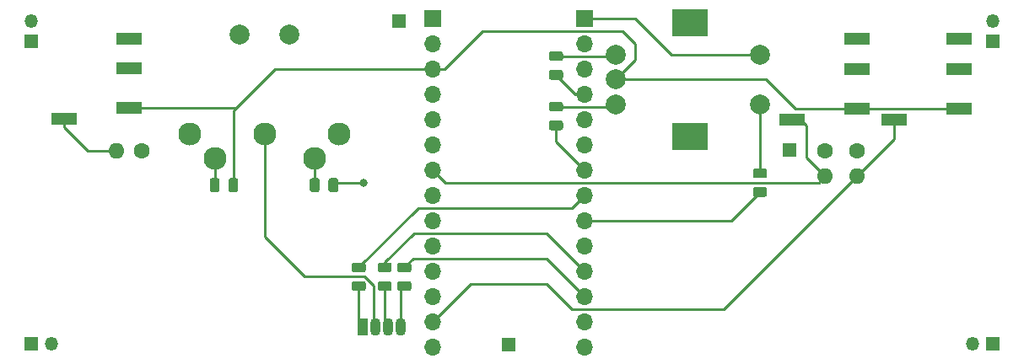
<source format=gbr>
G04 #@! TF.GenerationSoftware,KiCad,Pcbnew,(5.1.5)-3*
G04 #@! TF.CreationDate,2020-01-28T12:29:24+09:00*
G04 #@! TF.ProjectId,SchoolDesk,5363686f-6f6c-4446-9573-6b2e6b696361,rev?*
G04 #@! TF.SameCoordinates,Original*
G04 #@! TF.FileFunction,Copper,L1,Top*
G04 #@! TF.FilePolarity,Positive*
%FSLAX46Y46*%
G04 Gerber Fmt 4.6, Leading zero omitted, Abs format (unit mm)*
G04 Created by KiCad (PCBNEW (5.1.5)-3) date 2020-01-28 12:29:24*
%MOMM*%
%LPD*%
G04 APERTURE LIST*
%ADD10C,1.600000*%
%ADD11O,1.600000X1.600000*%
%ADD12R,2.500000X1.200000*%
%ADD13O,1.070000X1.800000*%
%ADD14R,1.070000X1.800000*%
%ADD15C,2.000000*%
%ADD16R,3.600000X2.800000*%
%ADD17C,2.300000*%
%ADD18R,1.700000X1.700000*%
%ADD19O,1.700000X1.700000*%
%ADD20C,0.100000*%
%ADD21R,1.350000X1.350000*%
%ADD22O,1.350000X1.350000*%
%ADD23C,0.800000*%
%ADD24C,0.250000*%
G04 APERTURE END LIST*
D10*
X109918500Y-165735000D03*
D11*
X109918500Y-168275000D03*
D12*
X120090000Y-154495500D03*
X120090000Y-157495500D03*
X120090000Y-161495500D03*
X113590000Y-162595500D03*
D13*
X64071500Y-183388000D03*
X62801500Y-183388000D03*
X61531500Y-183388000D03*
D14*
X60261500Y-183388000D03*
D15*
X85654500Y-161044500D03*
X85654500Y-158544500D03*
X85654500Y-156044500D03*
X100154500Y-161044500D03*
X100154500Y-156044500D03*
D16*
X93154500Y-164244500D03*
X93154500Y-152844500D03*
D15*
X52926000Y-154020500D03*
D17*
X45426000Y-166520500D03*
X42926000Y-164020500D03*
X50426000Y-164020500D03*
X57926000Y-164020500D03*
D15*
X47926000Y-154020500D03*
D17*
X55426000Y-166520500D03*
D18*
X67310000Y-152400000D03*
D19*
X67310000Y-154940000D03*
X67310000Y-157480000D03*
X67310000Y-160020000D03*
X67310000Y-162560000D03*
X67310000Y-165100000D03*
X67310000Y-167640000D03*
X67310000Y-170180000D03*
X67310000Y-172720000D03*
X67310000Y-175260000D03*
X67310000Y-177800000D03*
X67310000Y-180340000D03*
X67310000Y-182880000D03*
X67310000Y-185420000D03*
D18*
X82550000Y-152400000D03*
D19*
X82550000Y-154940000D03*
X82550000Y-157480000D03*
X82550000Y-160020000D03*
X82550000Y-162560000D03*
X82550000Y-165100000D03*
X82550000Y-167640000D03*
X82550000Y-170180000D03*
X82550000Y-172720000D03*
X82550000Y-175260000D03*
X82550000Y-177800000D03*
X82550000Y-180340000D03*
X82550000Y-182880000D03*
X82550000Y-185420000D03*
G04 #@! TA.AperFunction,SMDPad,CuDef*
D20*
G36*
X45685142Y-168465174D02*
G01*
X45708803Y-168468684D01*
X45732007Y-168474496D01*
X45754529Y-168482554D01*
X45776153Y-168492782D01*
X45796670Y-168505079D01*
X45815883Y-168519329D01*
X45833607Y-168535393D01*
X45849671Y-168553117D01*
X45863921Y-168572330D01*
X45876218Y-168592847D01*
X45886446Y-168614471D01*
X45894504Y-168636993D01*
X45900316Y-168660197D01*
X45903826Y-168683858D01*
X45905000Y-168707750D01*
X45905000Y-169620250D01*
X45903826Y-169644142D01*
X45900316Y-169667803D01*
X45894504Y-169691007D01*
X45886446Y-169713529D01*
X45876218Y-169735153D01*
X45863921Y-169755670D01*
X45849671Y-169774883D01*
X45833607Y-169792607D01*
X45815883Y-169808671D01*
X45796670Y-169822921D01*
X45776153Y-169835218D01*
X45754529Y-169845446D01*
X45732007Y-169853504D01*
X45708803Y-169859316D01*
X45685142Y-169862826D01*
X45661250Y-169864000D01*
X45173750Y-169864000D01*
X45149858Y-169862826D01*
X45126197Y-169859316D01*
X45102993Y-169853504D01*
X45080471Y-169845446D01*
X45058847Y-169835218D01*
X45038330Y-169822921D01*
X45019117Y-169808671D01*
X45001393Y-169792607D01*
X44985329Y-169774883D01*
X44971079Y-169755670D01*
X44958782Y-169735153D01*
X44948554Y-169713529D01*
X44940496Y-169691007D01*
X44934684Y-169667803D01*
X44931174Y-169644142D01*
X44930000Y-169620250D01*
X44930000Y-168707750D01*
X44931174Y-168683858D01*
X44934684Y-168660197D01*
X44940496Y-168636993D01*
X44948554Y-168614471D01*
X44958782Y-168592847D01*
X44971079Y-168572330D01*
X44985329Y-168553117D01*
X45001393Y-168535393D01*
X45019117Y-168519329D01*
X45038330Y-168505079D01*
X45058847Y-168492782D01*
X45080471Y-168482554D01*
X45102993Y-168474496D01*
X45126197Y-168468684D01*
X45149858Y-168465174D01*
X45173750Y-168464000D01*
X45661250Y-168464000D01*
X45685142Y-168465174D01*
G37*
G04 #@! TD.AperFunction*
G04 #@! TA.AperFunction,SMDPad,CuDef*
G36*
X47560142Y-168465174D02*
G01*
X47583803Y-168468684D01*
X47607007Y-168474496D01*
X47629529Y-168482554D01*
X47651153Y-168492782D01*
X47671670Y-168505079D01*
X47690883Y-168519329D01*
X47708607Y-168535393D01*
X47724671Y-168553117D01*
X47738921Y-168572330D01*
X47751218Y-168592847D01*
X47761446Y-168614471D01*
X47769504Y-168636993D01*
X47775316Y-168660197D01*
X47778826Y-168683858D01*
X47780000Y-168707750D01*
X47780000Y-169620250D01*
X47778826Y-169644142D01*
X47775316Y-169667803D01*
X47769504Y-169691007D01*
X47761446Y-169713529D01*
X47751218Y-169735153D01*
X47738921Y-169755670D01*
X47724671Y-169774883D01*
X47708607Y-169792607D01*
X47690883Y-169808671D01*
X47671670Y-169822921D01*
X47651153Y-169835218D01*
X47629529Y-169845446D01*
X47607007Y-169853504D01*
X47583803Y-169859316D01*
X47560142Y-169862826D01*
X47536250Y-169864000D01*
X47048750Y-169864000D01*
X47024858Y-169862826D01*
X47001197Y-169859316D01*
X46977993Y-169853504D01*
X46955471Y-169845446D01*
X46933847Y-169835218D01*
X46913330Y-169822921D01*
X46894117Y-169808671D01*
X46876393Y-169792607D01*
X46860329Y-169774883D01*
X46846079Y-169755670D01*
X46833782Y-169735153D01*
X46823554Y-169713529D01*
X46815496Y-169691007D01*
X46809684Y-169667803D01*
X46806174Y-169644142D01*
X46805000Y-169620250D01*
X46805000Y-168707750D01*
X46806174Y-168683858D01*
X46809684Y-168660197D01*
X46815496Y-168636993D01*
X46823554Y-168614471D01*
X46833782Y-168592847D01*
X46846079Y-168572330D01*
X46860329Y-168553117D01*
X46876393Y-168535393D01*
X46894117Y-168519329D01*
X46913330Y-168505079D01*
X46933847Y-168492782D01*
X46955471Y-168482554D01*
X46977993Y-168474496D01*
X47001197Y-168468684D01*
X47024858Y-168465174D01*
X47048750Y-168464000D01*
X47536250Y-168464000D01*
X47560142Y-168465174D01*
G37*
G04 #@! TD.AperFunction*
G04 #@! TA.AperFunction,SMDPad,CuDef*
G36*
X57593142Y-168465174D02*
G01*
X57616803Y-168468684D01*
X57640007Y-168474496D01*
X57662529Y-168482554D01*
X57684153Y-168492782D01*
X57704670Y-168505079D01*
X57723883Y-168519329D01*
X57741607Y-168535393D01*
X57757671Y-168553117D01*
X57771921Y-168572330D01*
X57784218Y-168592847D01*
X57794446Y-168614471D01*
X57802504Y-168636993D01*
X57808316Y-168660197D01*
X57811826Y-168683858D01*
X57813000Y-168707750D01*
X57813000Y-169620250D01*
X57811826Y-169644142D01*
X57808316Y-169667803D01*
X57802504Y-169691007D01*
X57794446Y-169713529D01*
X57784218Y-169735153D01*
X57771921Y-169755670D01*
X57757671Y-169774883D01*
X57741607Y-169792607D01*
X57723883Y-169808671D01*
X57704670Y-169822921D01*
X57684153Y-169835218D01*
X57662529Y-169845446D01*
X57640007Y-169853504D01*
X57616803Y-169859316D01*
X57593142Y-169862826D01*
X57569250Y-169864000D01*
X57081750Y-169864000D01*
X57057858Y-169862826D01*
X57034197Y-169859316D01*
X57010993Y-169853504D01*
X56988471Y-169845446D01*
X56966847Y-169835218D01*
X56946330Y-169822921D01*
X56927117Y-169808671D01*
X56909393Y-169792607D01*
X56893329Y-169774883D01*
X56879079Y-169755670D01*
X56866782Y-169735153D01*
X56856554Y-169713529D01*
X56848496Y-169691007D01*
X56842684Y-169667803D01*
X56839174Y-169644142D01*
X56838000Y-169620250D01*
X56838000Y-168707750D01*
X56839174Y-168683858D01*
X56842684Y-168660197D01*
X56848496Y-168636993D01*
X56856554Y-168614471D01*
X56866782Y-168592847D01*
X56879079Y-168572330D01*
X56893329Y-168553117D01*
X56909393Y-168535393D01*
X56927117Y-168519329D01*
X56946330Y-168505079D01*
X56966847Y-168492782D01*
X56988471Y-168482554D01*
X57010993Y-168474496D01*
X57034197Y-168468684D01*
X57057858Y-168465174D01*
X57081750Y-168464000D01*
X57569250Y-168464000D01*
X57593142Y-168465174D01*
G37*
G04 #@! TD.AperFunction*
G04 #@! TA.AperFunction,SMDPad,CuDef*
G36*
X55718142Y-168465174D02*
G01*
X55741803Y-168468684D01*
X55765007Y-168474496D01*
X55787529Y-168482554D01*
X55809153Y-168492782D01*
X55829670Y-168505079D01*
X55848883Y-168519329D01*
X55866607Y-168535393D01*
X55882671Y-168553117D01*
X55896921Y-168572330D01*
X55909218Y-168592847D01*
X55919446Y-168614471D01*
X55927504Y-168636993D01*
X55933316Y-168660197D01*
X55936826Y-168683858D01*
X55938000Y-168707750D01*
X55938000Y-169620250D01*
X55936826Y-169644142D01*
X55933316Y-169667803D01*
X55927504Y-169691007D01*
X55919446Y-169713529D01*
X55909218Y-169735153D01*
X55896921Y-169755670D01*
X55882671Y-169774883D01*
X55866607Y-169792607D01*
X55848883Y-169808671D01*
X55829670Y-169822921D01*
X55809153Y-169835218D01*
X55787529Y-169845446D01*
X55765007Y-169853504D01*
X55741803Y-169859316D01*
X55718142Y-169862826D01*
X55694250Y-169864000D01*
X55206750Y-169864000D01*
X55182858Y-169862826D01*
X55159197Y-169859316D01*
X55135993Y-169853504D01*
X55113471Y-169845446D01*
X55091847Y-169835218D01*
X55071330Y-169822921D01*
X55052117Y-169808671D01*
X55034393Y-169792607D01*
X55018329Y-169774883D01*
X55004079Y-169755670D01*
X54991782Y-169735153D01*
X54981554Y-169713529D01*
X54973496Y-169691007D01*
X54967684Y-169667803D01*
X54964174Y-169644142D01*
X54963000Y-169620250D01*
X54963000Y-168707750D01*
X54964174Y-168683858D01*
X54967684Y-168660197D01*
X54973496Y-168636993D01*
X54981554Y-168614471D01*
X54991782Y-168592847D01*
X55004079Y-168572330D01*
X55018329Y-168553117D01*
X55034393Y-168535393D01*
X55052117Y-168519329D01*
X55071330Y-168505079D01*
X55091847Y-168492782D01*
X55113471Y-168482554D01*
X55135993Y-168474496D01*
X55159197Y-168468684D01*
X55182858Y-168465174D01*
X55206750Y-168464000D01*
X55694250Y-168464000D01*
X55718142Y-168465174D01*
G37*
G04 #@! TD.AperFunction*
D11*
X106680000Y-168275000D03*
D10*
X106680000Y-165735000D03*
D12*
X103366500Y-162595500D03*
X109866500Y-161495500D03*
X109866500Y-157495500D03*
X109866500Y-154495500D03*
X36778000Y-154432000D03*
X36778000Y-157432000D03*
X36778000Y-161432000D03*
X30278000Y-162532000D03*
D11*
X35560000Y-165735000D03*
D10*
X38100000Y-165735000D03*
D21*
X123545600Y-154686000D03*
D22*
X123545600Y-152686000D03*
D21*
X123507500Y-185102500D03*
D22*
X121507500Y-185102500D03*
X28987500Y-185102500D03*
D21*
X26987500Y-185102500D03*
X103124000Y-165671500D03*
X74930000Y-185166000D03*
X63944500Y-152717500D03*
D22*
X26987500Y-152686000D03*
D21*
X26987500Y-154686000D03*
G04 #@! TA.AperFunction,SMDPad,CuDef*
D20*
G36*
X60360642Y-178822674D02*
G01*
X60384303Y-178826184D01*
X60407507Y-178831996D01*
X60430029Y-178840054D01*
X60451653Y-178850282D01*
X60472170Y-178862579D01*
X60491383Y-178876829D01*
X60509107Y-178892893D01*
X60525171Y-178910617D01*
X60539421Y-178929830D01*
X60551718Y-178950347D01*
X60561946Y-178971971D01*
X60570004Y-178994493D01*
X60575816Y-179017697D01*
X60579326Y-179041358D01*
X60580500Y-179065250D01*
X60580500Y-179552750D01*
X60579326Y-179576642D01*
X60575816Y-179600303D01*
X60570004Y-179623507D01*
X60561946Y-179646029D01*
X60551718Y-179667653D01*
X60539421Y-179688170D01*
X60525171Y-179707383D01*
X60509107Y-179725107D01*
X60491383Y-179741171D01*
X60472170Y-179755421D01*
X60451653Y-179767718D01*
X60430029Y-179777946D01*
X60407507Y-179786004D01*
X60384303Y-179791816D01*
X60360642Y-179795326D01*
X60336750Y-179796500D01*
X59424250Y-179796500D01*
X59400358Y-179795326D01*
X59376697Y-179791816D01*
X59353493Y-179786004D01*
X59330971Y-179777946D01*
X59309347Y-179767718D01*
X59288830Y-179755421D01*
X59269617Y-179741171D01*
X59251893Y-179725107D01*
X59235829Y-179707383D01*
X59221579Y-179688170D01*
X59209282Y-179667653D01*
X59199054Y-179646029D01*
X59190996Y-179623507D01*
X59185184Y-179600303D01*
X59181674Y-179576642D01*
X59180500Y-179552750D01*
X59180500Y-179065250D01*
X59181674Y-179041358D01*
X59185184Y-179017697D01*
X59190996Y-178994493D01*
X59199054Y-178971971D01*
X59209282Y-178950347D01*
X59221579Y-178929830D01*
X59235829Y-178910617D01*
X59251893Y-178892893D01*
X59269617Y-178876829D01*
X59288830Y-178862579D01*
X59309347Y-178850282D01*
X59330971Y-178840054D01*
X59353493Y-178831996D01*
X59376697Y-178826184D01*
X59400358Y-178822674D01*
X59424250Y-178821500D01*
X60336750Y-178821500D01*
X60360642Y-178822674D01*
G37*
G04 #@! TD.AperFunction*
G04 #@! TA.AperFunction,SMDPad,CuDef*
G36*
X60360642Y-176947674D02*
G01*
X60384303Y-176951184D01*
X60407507Y-176956996D01*
X60430029Y-176965054D01*
X60451653Y-176975282D01*
X60472170Y-176987579D01*
X60491383Y-177001829D01*
X60509107Y-177017893D01*
X60525171Y-177035617D01*
X60539421Y-177054830D01*
X60551718Y-177075347D01*
X60561946Y-177096971D01*
X60570004Y-177119493D01*
X60575816Y-177142697D01*
X60579326Y-177166358D01*
X60580500Y-177190250D01*
X60580500Y-177677750D01*
X60579326Y-177701642D01*
X60575816Y-177725303D01*
X60570004Y-177748507D01*
X60561946Y-177771029D01*
X60551718Y-177792653D01*
X60539421Y-177813170D01*
X60525171Y-177832383D01*
X60509107Y-177850107D01*
X60491383Y-177866171D01*
X60472170Y-177880421D01*
X60451653Y-177892718D01*
X60430029Y-177902946D01*
X60407507Y-177911004D01*
X60384303Y-177916816D01*
X60360642Y-177920326D01*
X60336750Y-177921500D01*
X59424250Y-177921500D01*
X59400358Y-177920326D01*
X59376697Y-177916816D01*
X59353493Y-177911004D01*
X59330971Y-177902946D01*
X59309347Y-177892718D01*
X59288830Y-177880421D01*
X59269617Y-177866171D01*
X59251893Y-177850107D01*
X59235829Y-177832383D01*
X59221579Y-177813170D01*
X59209282Y-177792653D01*
X59199054Y-177771029D01*
X59190996Y-177748507D01*
X59185184Y-177725303D01*
X59181674Y-177701642D01*
X59180500Y-177677750D01*
X59180500Y-177190250D01*
X59181674Y-177166358D01*
X59185184Y-177142697D01*
X59190996Y-177119493D01*
X59199054Y-177096971D01*
X59209282Y-177075347D01*
X59221579Y-177054830D01*
X59235829Y-177035617D01*
X59251893Y-177017893D01*
X59269617Y-177001829D01*
X59288830Y-176987579D01*
X59309347Y-176975282D01*
X59330971Y-176965054D01*
X59353493Y-176956996D01*
X59376697Y-176951184D01*
X59400358Y-176947674D01*
X59424250Y-176946500D01*
X60336750Y-176946500D01*
X60360642Y-176947674D01*
G37*
G04 #@! TD.AperFunction*
G04 #@! TA.AperFunction,SMDPad,CuDef*
G36*
X62964142Y-176947674D02*
G01*
X62987803Y-176951184D01*
X63011007Y-176956996D01*
X63033529Y-176965054D01*
X63055153Y-176975282D01*
X63075670Y-176987579D01*
X63094883Y-177001829D01*
X63112607Y-177017893D01*
X63128671Y-177035617D01*
X63142921Y-177054830D01*
X63155218Y-177075347D01*
X63165446Y-177096971D01*
X63173504Y-177119493D01*
X63179316Y-177142697D01*
X63182826Y-177166358D01*
X63184000Y-177190250D01*
X63184000Y-177677750D01*
X63182826Y-177701642D01*
X63179316Y-177725303D01*
X63173504Y-177748507D01*
X63165446Y-177771029D01*
X63155218Y-177792653D01*
X63142921Y-177813170D01*
X63128671Y-177832383D01*
X63112607Y-177850107D01*
X63094883Y-177866171D01*
X63075670Y-177880421D01*
X63055153Y-177892718D01*
X63033529Y-177902946D01*
X63011007Y-177911004D01*
X62987803Y-177916816D01*
X62964142Y-177920326D01*
X62940250Y-177921500D01*
X62027750Y-177921500D01*
X62003858Y-177920326D01*
X61980197Y-177916816D01*
X61956993Y-177911004D01*
X61934471Y-177902946D01*
X61912847Y-177892718D01*
X61892330Y-177880421D01*
X61873117Y-177866171D01*
X61855393Y-177850107D01*
X61839329Y-177832383D01*
X61825079Y-177813170D01*
X61812782Y-177792653D01*
X61802554Y-177771029D01*
X61794496Y-177748507D01*
X61788684Y-177725303D01*
X61785174Y-177701642D01*
X61784000Y-177677750D01*
X61784000Y-177190250D01*
X61785174Y-177166358D01*
X61788684Y-177142697D01*
X61794496Y-177119493D01*
X61802554Y-177096971D01*
X61812782Y-177075347D01*
X61825079Y-177054830D01*
X61839329Y-177035617D01*
X61855393Y-177017893D01*
X61873117Y-177001829D01*
X61892330Y-176987579D01*
X61912847Y-176975282D01*
X61934471Y-176965054D01*
X61956993Y-176956996D01*
X61980197Y-176951184D01*
X62003858Y-176947674D01*
X62027750Y-176946500D01*
X62940250Y-176946500D01*
X62964142Y-176947674D01*
G37*
G04 #@! TD.AperFunction*
G04 #@! TA.AperFunction,SMDPad,CuDef*
G36*
X62964142Y-178822674D02*
G01*
X62987803Y-178826184D01*
X63011007Y-178831996D01*
X63033529Y-178840054D01*
X63055153Y-178850282D01*
X63075670Y-178862579D01*
X63094883Y-178876829D01*
X63112607Y-178892893D01*
X63128671Y-178910617D01*
X63142921Y-178929830D01*
X63155218Y-178950347D01*
X63165446Y-178971971D01*
X63173504Y-178994493D01*
X63179316Y-179017697D01*
X63182826Y-179041358D01*
X63184000Y-179065250D01*
X63184000Y-179552750D01*
X63182826Y-179576642D01*
X63179316Y-179600303D01*
X63173504Y-179623507D01*
X63165446Y-179646029D01*
X63155218Y-179667653D01*
X63142921Y-179688170D01*
X63128671Y-179707383D01*
X63112607Y-179725107D01*
X63094883Y-179741171D01*
X63075670Y-179755421D01*
X63055153Y-179767718D01*
X63033529Y-179777946D01*
X63011007Y-179786004D01*
X62987803Y-179791816D01*
X62964142Y-179795326D01*
X62940250Y-179796500D01*
X62027750Y-179796500D01*
X62003858Y-179795326D01*
X61980197Y-179791816D01*
X61956993Y-179786004D01*
X61934471Y-179777946D01*
X61912847Y-179767718D01*
X61892330Y-179755421D01*
X61873117Y-179741171D01*
X61855393Y-179725107D01*
X61839329Y-179707383D01*
X61825079Y-179688170D01*
X61812782Y-179667653D01*
X61802554Y-179646029D01*
X61794496Y-179623507D01*
X61788684Y-179600303D01*
X61785174Y-179576642D01*
X61784000Y-179552750D01*
X61784000Y-179065250D01*
X61785174Y-179041358D01*
X61788684Y-179017697D01*
X61794496Y-178994493D01*
X61802554Y-178971971D01*
X61812782Y-178950347D01*
X61825079Y-178929830D01*
X61839329Y-178910617D01*
X61855393Y-178892893D01*
X61873117Y-178876829D01*
X61892330Y-178862579D01*
X61912847Y-178850282D01*
X61934471Y-178840054D01*
X61956993Y-178831996D01*
X61980197Y-178826184D01*
X62003858Y-178822674D01*
X62027750Y-178821500D01*
X62940250Y-178821500D01*
X62964142Y-178822674D01*
G37*
G04 #@! TD.AperFunction*
G04 #@! TA.AperFunction,SMDPad,CuDef*
G36*
X64932642Y-176947674D02*
G01*
X64956303Y-176951184D01*
X64979507Y-176956996D01*
X65002029Y-176965054D01*
X65023653Y-176975282D01*
X65044170Y-176987579D01*
X65063383Y-177001829D01*
X65081107Y-177017893D01*
X65097171Y-177035617D01*
X65111421Y-177054830D01*
X65123718Y-177075347D01*
X65133946Y-177096971D01*
X65142004Y-177119493D01*
X65147816Y-177142697D01*
X65151326Y-177166358D01*
X65152500Y-177190250D01*
X65152500Y-177677750D01*
X65151326Y-177701642D01*
X65147816Y-177725303D01*
X65142004Y-177748507D01*
X65133946Y-177771029D01*
X65123718Y-177792653D01*
X65111421Y-177813170D01*
X65097171Y-177832383D01*
X65081107Y-177850107D01*
X65063383Y-177866171D01*
X65044170Y-177880421D01*
X65023653Y-177892718D01*
X65002029Y-177902946D01*
X64979507Y-177911004D01*
X64956303Y-177916816D01*
X64932642Y-177920326D01*
X64908750Y-177921500D01*
X63996250Y-177921500D01*
X63972358Y-177920326D01*
X63948697Y-177916816D01*
X63925493Y-177911004D01*
X63902971Y-177902946D01*
X63881347Y-177892718D01*
X63860830Y-177880421D01*
X63841617Y-177866171D01*
X63823893Y-177850107D01*
X63807829Y-177832383D01*
X63793579Y-177813170D01*
X63781282Y-177792653D01*
X63771054Y-177771029D01*
X63762996Y-177748507D01*
X63757184Y-177725303D01*
X63753674Y-177701642D01*
X63752500Y-177677750D01*
X63752500Y-177190250D01*
X63753674Y-177166358D01*
X63757184Y-177142697D01*
X63762996Y-177119493D01*
X63771054Y-177096971D01*
X63781282Y-177075347D01*
X63793579Y-177054830D01*
X63807829Y-177035617D01*
X63823893Y-177017893D01*
X63841617Y-177001829D01*
X63860830Y-176987579D01*
X63881347Y-176975282D01*
X63902971Y-176965054D01*
X63925493Y-176956996D01*
X63948697Y-176951184D01*
X63972358Y-176947674D01*
X63996250Y-176946500D01*
X64908750Y-176946500D01*
X64932642Y-176947674D01*
G37*
G04 #@! TD.AperFunction*
G04 #@! TA.AperFunction,SMDPad,CuDef*
G36*
X64932642Y-178822674D02*
G01*
X64956303Y-178826184D01*
X64979507Y-178831996D01*
X65002029Y-178840054D01*
X65023653Y-178850282D01*
X65044170Y-178862579D01*
X65063383Y-178876829D01*
X65081107Y-178892893D01*
X65097171Y-178910617D01*
X65111421Y-178929830D01*
X65123718Y-178950347D01*
X65133946Y-178971971D01*
X65142004Y-178994493D01*
X65147816Y-179017697D01*
X65151326Y-179041358D01*
X65152500Y-179065250D01*
X65152500Y-179552750D01*
X65151326Y-179576642D01*
X65147816Y-179600303D01*
X65142004Y-179623507D01*
X65133946Y-179646029D01*
X65123718Y-179667653D01*
X65111421Y-179688170D01*
X65097171Y-179707383D01*
X65081107Y-179725107D01*
X65063383Y-179741171D01*
X65044170Y-179755421D01*
X65023653Y-179767718D01*
X65002029Y-179777946D01*
X64979507Y-179786004D01*
X64956303Y-179791816D01*
X64932642Y-179795326D01*
X64908750Y-179796500D01*
X63996250Y-179796500D01*
X63972358Y-179795326D01*
X63948697Y-179791816D01*
X63925493Y-179786004D01*
X63902971Y-179777946D01*
X63881347Y-179767718D01*
X63860830Y-179755421D01*
X63841617Y-179741171D01*
X63823893Y-179725107D01*
X63807829Y-179707383D01*
X63793579Y-179688170D01*
X63781282Y-179667653D01*
X63771054Y-179646029D01*
X63762996Y-179623507D01*
X63757184Y-179600303D01*
X63753674Y-179576642D01*
X63752500Y-179552750D01*
X63752500Y-179065250D01*
X63753674Y-179041358D01*
X63757184Y-179017697D01*
X63762996Y-178994493D01*
X63771054Y-178971971D01*
X63781282Y-178950347D01*
X63793579Y-178929830D01*
X63807829Y-178910617D01*
X63823893Y-178892893D01*
X63841617Y-178876829D01*
X63860830Y-178862579D01*
X63881347Y-178850282D01*
X63902971Y-178840054D01*
X63925493Y-178831996D01*
X63948697Y-178826184D01*
X63972358Y-178822674D01*
X63996250Y-178821500D01*
X64908750Y-178821500D01*
X64932642Y-178822674D01*
G37*
G04 #@! TD.AperFunction*
G04 #@! TA.AperFunction,SMDPad,CuDef*
G36*
X80159942Y-160805974D02*
G01*
X80183603Y-160809484D01*
X80206807Y-160815296D01*
X80229329Y-160823354D01*
X80250953Y-160833582D01*
X80271470Y-160845879D01*
X80290683Y-160860129D01*
X80308407Y-160876193D01*
X80324471Y-160893917D01*
X80338721Y-160913130D01*
X80351018Y-160933647D01*
X80361246Y-160955271D01*
X80369304Y-160977793D01*
X80375116Y-161000997D01*
X80378626Y-161024658D01*
X80379800Y-161048550D01*
X80379800Y-161536050D01*
X80378626Y-161559942D01*
X80375116Y-161583603D01*
X80369304Y-161606807D01*
X80361246Y-161629329D01*
X80351018Y-161650953D01*
X80338721Y-161671470D01*
X80324471Y-161690683D01*
X80308407Y-161708407D01*
X80290683Y-161724471D01*
X80271470Y-161738721D01*
X80250953Y-161751018D01*
X80229329Y-161761246D01*
X80206807Y-161769304D01*
X80183603Y-161775116D01*
X80159942Y-161778626D01*
X80136050Y-161779800D01*
X79223550Y-161779800D01*
X79199658Y-161778626D01*
X79175997Y-161775116D01*
X79152793Y-161769304D01*
X79130271Y-161761246D01*
X79108647Y-161751018D01*
X79088130Y-161738721D01*
X79068917Y-161724471D01*
X79051193Y-161708407D01*
X79035129Y-161690683D01*
X79020879Y-161671470D01*
X79008582Y-161650953D01*
X78998354Y-161629329D01*
X78990296Y-161606807D01*
X78984484Y-161583603D01*
X78980974Y-161559942D01*
X78979800Y-161536050D01*
X78979800Y-161048550D01*
X78980974Y-161024658D01*
X78984484Y-161000997D01*
X78990296Y-160977793D01*
X78998354Y-160955271D01*
X79008582Y-160933647D01*
X79020879Y-160913130D01*
X79035129Y-160893917D01*
X79051193Y-160876193D01*
X79068917Y-160860129D01*
X79088130Y-160845879D01*
X79108647Y-160833582D01*
X79130271Y-160823354D01*
X79152793Y-160815296D01*
X79175997Y-160809484D01*
X79199658Y-160805974D01*
X79223550Y-160804800D01*
X80136050Y-160804800D01*
X80159942Y-160805974D01*
G37*
G04 #@! TD.AperFunction*
G04 #@! TA.AperFunction,SMDPad,CuDef*
G36*
X80159942Y-162680974D02*
G01*
X80183603Y-162684484D01*
X80206807Y-162690296D01*
X80229329Y-162698354D01*
X80250953Y-162708582D01*
X80271470Y-162720879D01*
X80290683Y-162735129D01*
X80308407Y-162751193D01*
X80324471Y-162768917D01*
X80338721Y-162788130D01*
X80351018Y-162808647D01*
X80361246Y-162830271D01*
X80369304Y-162852793D01*
X80375116Y-162875997D01*
X80378626Y-162899658D01*
X80379800Y-162923550D01*
X80379800Y-163411050D01*
X80378626Y-163434942D01*
X80375116Y-163458603D01*
X80369304Y-163481807D01*
X80361246Y-163504329D01*
X80351018Y-163525953D01*
X80338721Y-163546470D01*
X80324471Y-163565683D01*
X80308407Y-163583407D01*
X80290683Y-163599471D01*
X80271470Y-163613721D01*
X80250953Y-163626018D01*
X80229329Y-163636246D01*
X80206807Y-163644304D01*
X80183603Y-163650116D01*
X80159942Y-163653626D01*
X80136050Y-163654800D01*
X79223550Y-163654800D01*
X79199658Y-163653626D01*
X79175997Y-163650116D01*
X79152793Y-163644304D01*
X79130271Y-163636246D01*
X79108647Y-163626018D01*
X79088130Y-163613721D01*
X79068917Y-163599471D01*
X79051193Y-163583407D01*
X79035129Y-163565683D01*
X79020879Y-163546470D01*
X79008582Y-163525953D01*
X78998354Y-163504329D01*
X78990296Y-163481807D01*
X78984484Y-163458603D01*
X78980974Y-163434942D01*
X78979800Y-163411050D01*
X78979800Y-162923550D01*
X78980974Y-162899658D01*
X78984484Y-162875997D01*
X78990296Y-162852793D01*
X78998354Y-162830271D01*
X79008582Y-162808647D01*
X79020879Y-162788130D01*
X79035129Y-162768917D01*
X79051193Y-162751193D01*
X79068917Y-162735129D01*
X79088130Y-162720879D01*
X79108647Y-162708582D01*
X79130271Y-162698354D01*
X79152793Y-162690296D01*
X79175997Y-162684484D01*
X79199658Y-162680974D01*
X79223550Y-162679800D01*
X80136050Y-162679800D01*
X80159942Y-162680974D01*
G37*
G04 #@! TD.AperFunction*
G04 #@! TA.AperFunction,SMDPad,CuDef*
G36*
X100619642Y-169361174D02*
G01*
X100643303Y-169364684D01*
X100666507Y-169370496D01*
X100689029Y-169378554D01*
X100710653Y-169388782D01*
X100731170Y-169401079D01*
X100750383Y-169415329D01*
X100768107Y-169431393D01*
X100784171Y-169449117D01*
X100798421Y-169468330D01*
X100810718Y-169488847D01*
X100820946Y-169510471D01*
X100829004Y-169532993D01*
X100834816Y-169556197D01*
X100838326Y-169579858D01*
X100839500Y-169603750D01*
X100839500Y-170091250D01*
X100838326Y-170115142D01*
X100834816Y-170138803D01*
X100829004Y-170162007D01*
X100820946Y-170184529D01*
X100810718Y-170206153D01*
X100798421Y-170226670D01*
X100784171Y-170245883D01*
X100768107Y-170263607D01*
X100750383Y-170279671D01*
X100731170Y-170293921D01*
X100710653Y-170306218D01*
X100689029Y-170316446D01*
X100666507Y-170324504D01*
X100643303Y-170330316D01*
X100619642Y-170333826D01*
X100595750Y-170335000D01*
X99683250Y-170335000D01*
X99659358Y-170333826D01*
X99635697Y-170330316D01*
X99612493Y-170324504D01*
X99589971Y-170316446D01*
X99568347Y-170306218D01*
X99547830Y-170293921D01*
X99528617Y-170279671D01*
X99510893Y-170263607D01*
X99494829Y-170245883D01*
X99480579Y-170226670D01*
X99468282Y-170206153D01*
X99458054Y-170184529D01*
X99449996Y-170162007D01*
X99444184Y-170138803D01*
X99440674Y-170115142D01*
X99439500Y-170091250D01*
X99439500Y-169603750D01*
X99440674Y-169579858D01*
X99444184Y-169556197D01*
X99449996Y-169532993D01*
X99458054Y-169510471D01*
X99468282Y-169488847D01*
X99480579Y-169468330D01*
X99494829Y-169449117D01*
X99510893Y-169431393D01*
X99528617Y-169415329D01*
X99547830Y-169401079D01*
X99568347Y-169388782D01*
X99589971Y-169378554D01*
X99612493Y-169370496D01*
X99635697Y-169364684D01*
X99659358Y-169361174D01*
X99683250Y-169360000D01*
X100595750Y-169360000D01*
X100619642Y-169361174D01*
G37*
G04 #@! TD.AperFunction*
G04 #@! TA.AperFunction,SMDPad,CuDef*
G36*
X100619642Y-167486174D02*
G01*
X100643303Y-167489684D01*
X100666507Y-167495496D01*
X100689029Y-167503554D01*
X100710653Y-167513782D01*
X100731170Y-167526079D01*
X100750383Y-167540329D01*
X100768107Y-167556393D01*
X100784171Y-167574117D01*
X100798421Y-167593330D01*
X100810718Y-167613847D01*
X100820946Y-167635471D01*
X100829004Y-167657993D01*
X100834816Y-167681197D01*
X100838326Y-167704858D01*
X100839500Y-167728750D01*
X100839500Y-168216250D01*
X100838326Y-168240142D01*
X100834816Y-168263803D01*
X100829004Y-168287007D01*
X100820946Y-168309529D01*
X100810718Y-168331153D01*
X100798421Y-168351670D01*
X100784171Y-168370883D01*
X100768107Y-168388607D01*
X100750383Y-168404671D01*
X100731170Y-168418921D01*
X100710653Y-168431218D01*
X100689029Y-168441446D01*
X100666507Y-168449504D01*
X100643303Y-168455316D01*
X100619642Y-168458826D01*
X100595750Y-168460000D01*
X99683250Y-168460000D01*
X99659358Y-168458826D01*
X99635697Y-168455316D01*
X99612493Y-168449504D01*
X99589971Y-168441446D01*
X99568347Y-168431218D01*
X99547830Y-168418921D01*
X99528617Y-168404671D01*
X99510893Y-168388607D01*
X99494829Y-168370883D01*
X99480579Y-168351670D01*
X99468282Y-168331153D01*
X99458054Y-168309529D01*
X99449996Y-168287007D01*
X99444184Y-168263803D01*
X99440674Y-168240142D01*
X99439500Y-168216250D01*
X99439500Y-167728750D01*
X99440674Y-167704858D01*
X99444184Y-167681197D01*
X99449996Y-167657993D01*
X99458054Y-167635471D01*
X99468282Y-167613847D01*
X99480579Y-167593330D01*
X99494829Y-167574117D01*
X99510893Y-167556393D01*
X99528617Y-167540329D01*
X99547830Y-167526079D01*
X99568347Y-167513782D01*
X99589971Y-167503554D01*
X99612493Y-167495496D01*
X99635697Y-167489684D01*
X99659358Y-167486174D01*
X99683250Y-167485000D01*
X100595750Y-167485000D01*
X100619642Y-167486174D01*
G37*
G04 #@! TD.AperFunction*
G04 #@! TA.AperFunction,SMDPad,CuDef*
G36*
X80159942Y-155725974D02*
G01*
X80183603Y-155729484D01*
X80206807Y-155735296D01*
X80229329Y-155743354D01*
X80250953Y-155753582D01*
X80271470Y-155765879D01*
X80290683Y-155780129D01*
X80308407Y-155796193D01*
X80324471Y-155813917D01*
X80338721Y-155833130D01*
X80351018Y-155853647D01*
X80361246Y-155875271D01*
X80369304Y-155897793D01*
X80375116Y-155920997D01*
X80378626Y-155944658D01*
X80379800Y-155968550D01*
X80379800Y-156456050D01*
X80378626Y-156479942D01*
X80375116Y-156503603D01*
X80369304Y-156526807D01*
X80361246Y-156549329D01*
X80351018Y-156570953D01*
X80338721Y-156591470D01*
X80324471Y-156610683D01*
X80308407Y-156628407D01*
X80290683Y-156644471D01*
X80271470Y-156658721D01*
X80250953Y-156671018D01*
X80229329Y-156681246D01*
X80206807Y-156689304D01*
X80183603Y-156695116D01*
X80159942Y-156698626D01*
X80136050Y-156699800D01*
X79223550Y-156699800D01*
X79199658Y-156698626D01*
X79175997Y-156695116D01*
X79152793Y-156689304D01*
X79130271Y-156681246D01*
X79108647Y-156671018D01*
X79088130Y-156658721D01*
X79068917Y-156644471D01*
X79051193Y-156628407D01*
X79035129Y-156610683D01*
X79020879Y-156591470D01*
X79008582Y-156570953D01*
X78998354Y-156549329D01*
X78990296Y-156526807D01*
X78984484Y-156503603D01*
X78980974Y-156479942D01*
X78979800Y-156456050D01*
X78979800Y-155968550D01*
X78980974Y-155944658D01*
X78984484Y-155920997D01*
X78990296Y-155897793D01*
X78998354Y-155875271D01*
X79008582Y-155853647D01*
X79020879Y-155833130D01*
X79035129Y-155813917D01*
X79051193Y-155796193D01*
X79068917Y-155780129D01*
X79088130Y-155765879D01*
X79108647Y-155753582D01*
X79130271Y-155743354D01*
X79152793Y-155735296D01*
X79175997Y-155729484D01*
X79199658Y-155725974D01*
X79223550Y-155724800D01*
X80136050Y-155724800D01*
X80159942Y-155725974D01*
G37*
G04 #@! TD.AperFunction*
G04 #@! TA.AperFunction,SMDPad,CuDef*
G36*
X80159942Y-157600974D02*
G01*
X80183603Y-157604484D01*
X80206807Y-157610296D01*
X80229329Y-157618354D01*
X80250953Y-157628582D01*
X80271470Y-157640879D01*
X80290683Y-157655129D01*
X80308407Y-157671193D01*
X80324471Y-157688917D01*
X80338721Y-157708130D01*
X80351018Y-157728647D01*
X80361246Y-157750271D01*
X80369304Y-157772793D01*
X80375116Y-157795997D01*
X80378626Y-157819658D01*
X80379800Y-157843550D01*
X80379800Y-158331050D01*
X80378626Y-158354942D01*
X80375116Y-158378603D01*
X80369304Y-158401807D01*
X80361246Y-158424329D01*
X80351018Y-158445953D01*
X80338721Y-158466470D01*
X80324471Y-158485683D01*
X80308407Y-158503407D01*
X80290683Y-158519471D01*
X80271470Y-158533721D01*
X80250953Y-158546018D01*
X80229329Y-158556246D01*
X80206807Y-158564304D01*
X80183603Y-158570116D01*
X80159942Y-158573626D01*
X80136050Y-158574800D01*
X79223550Y-158574800D01*
X79199658Y-158573626D01*
X79175997Y-158570116D01*
X79152793Y-158564304D01*
X79130271Y-158556246D01*
X79108647Y-158546018D01*
X79088130Y-158533721D01*
X79068917Y-158519471D01*
X79051193Y-158503407D01*
X79035129Y-158485683D01*
X79020879Y-158466470D01*
X79008582Y-158445953D01*
X78998354Y-158424329D01*
X78990296Y-158401807D01*
X78984484Y-158378603D01*
X78980974Y-158354942D01*
X78979800Y-158331050D01*
X78979800Y-157843550D01*
X78980974Y-157819658D01*
X78984484Y-157795997D01*
X78990296Y-157772793D01*
X78998354Y-157750271D01*
X79008582Y-157728647D01*
X79020879Y-157708130D01*
X79035129Y-157688917D01*
X79051193Y-157671193D01*
X79068917Y-157655129D01*
X79088130Y-157640879D01*
X79108647Y-157628582D01*
X79130271Y-157618354D01*
X79152793Y-157610296D01*
X79175997Y-157604484D01*
X79199658Y-157600974D01*
X79223550Y-157599800D01*
X80136050Y-157599800D01*
X80159942Y-157600974D01*
G37*
G04 #@! TD.AperFunction*
D23*
X60325000Y-168910000D03*
D24*
X98740287Y-156044500D02*
X100154500Y-156044500D01*
X91274500Y-156044500D02*
X98740287Y-156044500D01*
X82550000Y-152400000D02*
X87630000Y-152400000D01*
X87630000Y-152400000D02*
X91274500Y-156044500D01*
X50426000Y-164020500D02*
X50426000Y-174337500D01*
X61341000Y-183270010D02*
X61458990Y-183388000D01*
X54460000Y-178371500D02*
X60447350Y-178371500D01*
X60447350Y-178371500D02*
X61341000Y-179265150D01*
X50426000Y-174337500D02*
X54460000Y-178371500D01*
X61341000Y-179265150D02*
X61341000Y-183270010D01*
X45426000Y-169155500D02*
X45417500Y-169164000D01*
X45426000Y-166520500D02*
X45426000Y-169155500D01*
X55426000Y-169139500D02*
X55450500Y-169164000D01*
X55426000Y-166520500D02*
X55426000Y-169139500D01*
X57579500Y-168910000D02*
X57325500Y-169164000D01*
X60325000Y-168910000D02*
X57579500Y-168910000D01*
X32631000Y-165735000D02*
X34428630Y-165735000D01*
X30278000Y-163382000D02*
X32631000Y-165735000D01*
X34428630Y-165735000D02*
X35560000Y-165735000D01*
X30278000Y-162532000D02*
X30278000Y-163382000D01*
X106045000Y-168910000D02*
X106680000Y-168275000D01*
X67310000Y-167640000D02*
X68580000Y-168910000D01*
X68580000Y-168910000D02*
X106045000Y-168910000D01*
X104016500Y-162595500D02*
X103366500Y-162595500D01*
X103366500Y-162595500D02*
X104175500Y-162595500D01*
X104175500Y-162595500D02*
X104775000Y-163195000D01*
X104775000Y-166370000D02*
X106680000Y-168275000D01*
X104775000Y-163195000D02*
X104775000Y-166370000D01*
X113689000Y-162623500D02*
X113717000Y-162595500D01*
X68512081Y-157480000D02*
X72322081Y-153670000D01*
X67310000Y-157480000D02*
X68512081Y-157480000D01*
X72322081Y-153670000D02*
X86360000Y-153670000D01*
X86360000Y-153670000D02*
X87630000Y-154940000D01*
X87630000Y-156569000D02*
X85654500Y-158544500D01*
X87630000Y-154940000D02*
X87630000Y-156569000D01*
X47292500Y-168464000D02*
X47292500Y-169164000D01*
X47292500Y-161622500D02*
X47292500Y-168464000D01*
X67310000Y-157480000D02*
X51435000Y-157480000D01*
X36778000Y-161432000D02*
X47483000Y-161432000D01*
X51435000Y-157480000D02*
X47625000Y-161290000D01*
X47483000Y-161432000D02*
X47625000Y-161290000D01*
X47625000Y-161290000D02*
X47292500Y-161622500D01*
X85654500Y-158544500D02*
X100759500Y-158544500D01*
X118717000Y-161495500D02*
X120217000Y-161495500D01*
X103710500Y-161495500D02*
X109866500Y-161495500D01*
X100759500Y-158544500D02*
X103710500Y-161495500D01*
X114925002Y-161495500D02*
X120090000Y-161495500D01*
X109866500Y-161495500D02*
X114925002Y-161495500D01*
X67310000Y-182880000D02*
X71120000Y-179070000D01*
X71120000Y-179070000D02*
X78740000Y-179070000D01*
X78740000Y-179070000D02*
X81280000Y-181610000D01*
X82550000Y-170180000D02*
X81280000Y-171450000D01*
X81280000Y-171450000D02*
X65864500Y-171450000D01*
X65864500Y-171450000D02*
X59880500Y-177434000D01*
X82550000Y-177800000D02*
X78740000Y-173990000D01*
X78740000Y-173990000D02*
X65420000Y-173990000D01*
X62484000Y-176926000D02*
X62484000Y-177434000D01*
X65420000Y-173990000D02*
X62484000Y-176926000D01*
X82550000Y-180340000D02*
X78740000Y-176530000D01*
X65356500Y-176530000D02*
X64452500Y-177434000D01*
X78740000Y-176530000D02*
X65356500Y-176530000D01*
X59880500Y-183007000D02*
X60261500Y-183388000D01*
X59880500Y-179309000D02*
X59880500Y-183007000D01*
X62484000Y-183070500D02*
X62801500Y-183388000D01*
X62484000Y-179309000D02*
X62484000Y-183070500D01*
X97267000Y-172720000D02*
X100139500Y-169847500D01*
X82550000Y-172720000D02*
X97267000Y-172720000D01*
X81612500Y-160020000D02*
X82550000Y-160020000D01*
X79679800Y-158087300D02*
X81612500Y-160020000D01*
X79679800Y-164769800D02*
X82550000Y-167640000D01*
X79679800Y-163167300D02*
X79679800Y-164769800D01*
X85460100Y-156461010D02*
X85654500Y-156461010D01*
X79679800Y-156212300D02*
X85211390Y-156212300D01*
X85211390Y-156212300D02*
X85460100Y-156461010D01*
X85382500Y-161275000D02*
X85646500Y-161011000D01*
X85406700Y-161292300D02*
X85654500Y-161044500D01*
X79679800Y-161292300D02*
X85406700Y-161292300D01*
X100139500Y-161059500D02*
X100154500Y-161044500D01*
X100139500Y-167972500D02*
X100139500Y-161059500D01*
X64071500Y-179690000D02*
X64452500Y-179309000D01*
X64071500Y-183388000D02*
X64071500Y-179690000D01*
X113590000Y-164540000D02*
X113590000Y-162595500D01*
X109855000Y-168275000D02*
X113590000Y-164540000D01*
X96520000Y-181610000D02*
X109855000Y-168275000D01*
X81280000Y-181610000D02*
X96520000Y-181610000D01*
M02*

</source>
